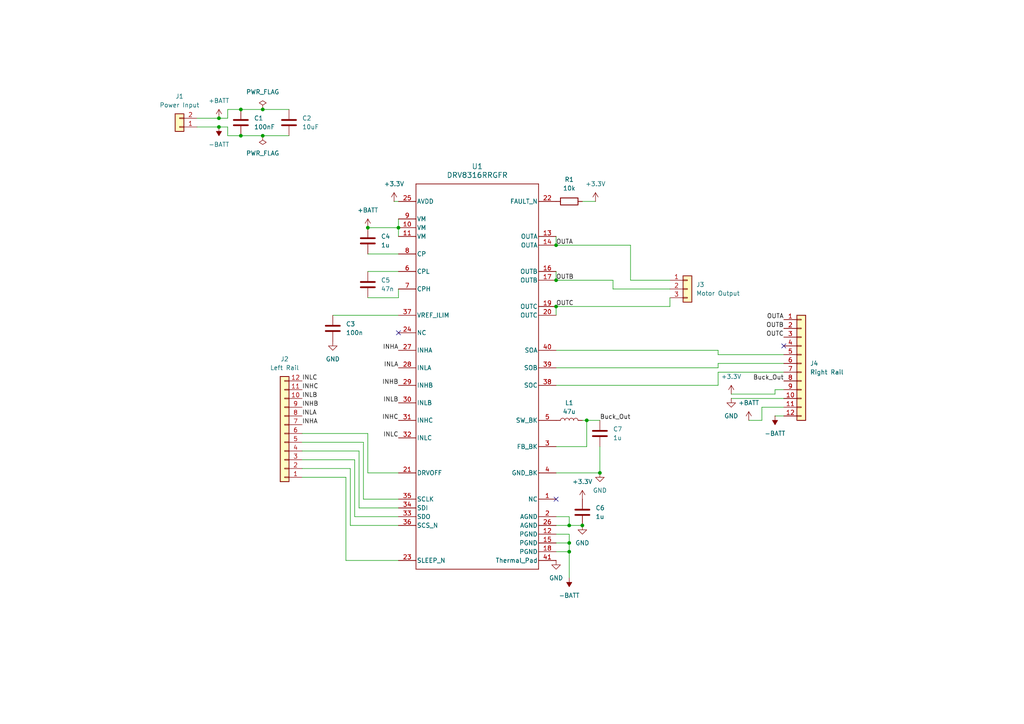
<source format=kicad_sch>
(kicad_sch (version 20231120) (generator "eeschema") (generator_version "8.0")
  (paper "A4")
  (lib_symbols
    (symbol "Connector_Generic:Conn_01x02" (pin_names (offset 1.016) hide)
      (property "Reference" "J" (at 0 2.54 0))
      (property "Value" "Conn_01x02" (at 0 -5.08 0))
      (symbol "Conn_01x02_1_1"
        (rectangle (start -1.27 -2.413) (end 0 -2.667) (stroke (width 0.1524)))
        (rectangle (start -1.27 0.127) (end 0 -0.127) (stroke (width 0.1524)))
        (rectangle (start -1.27 1.27) (end 1.27 -3.81) (stroke (width 0.254)) (fill (type background)))
        (pin passive line (at -5.08 0 0) (length 3.81) (name "Pin_1") (number "1"))
        (pin passive line (at -5.08 -2.54 0) (length 3.81) (name "Pin_2") (number "2"))
      )
    )
    (symbol "Connector_Generic:Conn_01x03" (pin_names (offset 1.016) hide)
      (property "Reference" "J" (at 0 5.08 0))
      (property "Value" "Conn_01x03" (at 0 -5.08 0))
      (symbol "Conn_01x03_1_1"
        (rectangle (start -1.27 -2.413) (end 0 -2.667) (stroke (width 0.1524)))
        (rectangle (start -1.27 0.127) (end 0 -0.127) (stroke (width 0.1524)))
        (rectangle (start -1.27 2.667) (end 0 2.413) (stroke (width 0.1524)))
        (rectangle (start -1.27 3.81) (end 1.27 -3.81) (stroke (width 0.254)) (fill (type background)))
        (pin passive line (at -5.08 2.54 0) (length 3.81) (name "Pin_1") (number "1"))
        (pin passive line (at -5.08 0 0) (length 3.81) (name "Pin_2") (number "2"))
        (pin passive line (at -5.08 -2.54 0) (length 3.81) (name "Pin_3") (number "3"))
      )
    )
    (symbol "Connector_Generic:Conn_01x12" (pin_names (offset 1.016) hide)
      (property "Reference" "J" (at 0 15.24 0))
      (property "Value" "Conn_01x12" (at 0 -17.78 0))
      (symbol "Conn_01x12_1_1"
        (rectangle (start -1.27 -15.113) (end 0 -15.367) (stroke (width 0.1524)))
        (rectangle (start -1.27 -12.573) (end 0 -12.827) (stroke (width 0.1524)))
        (rectangle (start -1.27 -10.033) (end 0 -10.287) (stroke (width 0.1524)))
        (rectangle (start -1.27 -7.493) (end 0 -7.747) (stroke (width 0.1524)))
        (rectangle (start -1.27 -4.953) (end 0 -5.207) (stroke (width 0.1524)))
        (rectangle (start -1.27 -2.413) (end 0 -2.667) (stroke (width 0.1524)))
        (rectangle (start -1.27 0.127) (end 0 -0.127) (stroke (width 0.1524)))
        (rectangle (start -1.27 2.667) (end 0 2.413) (stroke (width 0.1524)))
        (rectangle (start -1.27 5.207) (end 0 4.953) (stroke (width 0.1524)))
        (rectangle (start -1.27 7.747) (end 0 7.493) (stroke (width 0.1524)))
        (rectangle (start -1.27 10.287) (end 0 10.033) (stroke (width 0.1524)))
        (rectangle (start -1.27 12.827) (end 0 12.573) (stroke (width 0.1524)))
        (rectangle (start -1.27 13.97) (end 1.27 -16.51) (stroke (width 0.254)) (fill (type background)))
        (pin passive line (at -5.08 12.7 0) (length 3.81) (name "Pin_1") (number "1"))
        (pin passive line (at -5.08 -10.16 0) (length 3.81) (name "Pin_10") (number "10"))
        (pin passive line (at -5.08 -12.7 0) (length 3.81) (name "Pin_11") (number "11"))
        (pin passive line (at -5.08 -15.24 0) (length 3.81) (name "Pin_12") (number "12"))
        (pin passive line (at -5.08 10.16 0) (length 3.81) (name "Pin_2") (number "2"))
        (pin passive line (at -5.08 7.62 0) (length 3.81) (name "Pin_3") (number "3"))
        (pin passive line (at -5.08 5.08 0) (length 3.81) (name "Pin_4") (number "4"))
        (pin passive line (at -5.08 2.54 0) (length 3.81) (name "Pin_5") (number "5"))
        (pin passive line (at -5.08 0 0) (length 3.81) (name "Pin_6") (number "6"))
        (pin passive line (at -5.08 -2.54 0) (length 3.81) (name "Pin_7") (number "7"))
        (pin passive line (at -5.08 -5.08 0) (length 3.81) (name "Pin_8") (number "8"))
        (pin passive line (at -5.08 -7.62 0) (length 3.81) (name "Pin_9") (number "9"))
      )
    )
    (symbol "Device:C" (pin_numbers hide) (pin_names (offset 0.254))
      (property "Reference" "C" (at 0.635 2.54 0))
      (property "Value" "C" (at 0.635 -2.54 0))
      (symbol "C_0_1"
        (polyline (pts (xy -2.032 -0.762) (xy 2.032 -0.762)) (stroke (width 0.508)))
        (polyline (pts (xy -2.032 0.762) (xy 2.032 0.762)) (stroke (width 0.508)))
      )
      (symbol "C_1_1"
        (pin passive line (at 0 3.81 270) (length 2.794) (name "~") (number "1"))
        (pin passive line (at 0 -3.81 90) (length 2.794) (name "~") (number "2"))
      )
    )
    (symbol "Device:L" (pin_numbers hide) (pin_names (offset 1.016) hide)
      (property "Reference" "L" (at -1.27 0 90))
      (property "Value" "L" (at 1.905 0 90))
      (symbol "L_0_1"
        (arc (start 0 -2.54) (mid 0.6323 -1.905) (end 0 -1.27))
        (arc (start 0 -1.27) (mid 0.6323 -0.635) (end 0 0))
        (arc (start 0 0) (mid 0.6323 0.635) (end 0 1.27))
        (arc (start 0 1.27) (mid 0.6323 1.905) (end 0 2.54))
      )
      (symbol "L_1_1"
        (pin passive line (at 0 3.81 270) (length 1.27) (name "1") (number "1"))
        (pin passive line (at 0 -3.81 90) (length 1.27) (name "2") (number "2"))
      )
    )
    (symbol "Device:R" (pin_numbers hide) (pin_names (offset 0))
      (property "Reference" "R" (at 2.032 0 90))
      (property "Value" "R" (at 0 0 90))
      (symbol "R_0_1"
        (rectangle (start -1.016 -2.54) (end 1.016 2.54) (stroke (width 0.254)))
      )
      (symbol "R_1_1"
        (pin passive line (at 0 3.81 270) (length 1.27) (name "~") (number "1"))
        (pin passive line (at 0 -3.81 90) (length 1.27) (name "~") (number "2"))
      )
    )
    (symbol "ECE395:DRV8316RRGFR" (pin_names (offset 0.254))
      (property "Reference" "U" (at 0 2.54 0))
      (property "Value" "DRV8316RRGFR" (at 0 0 0))
      (symbol "DRV8316RRGFR_0_1"
        (polyline (pts (xy 5.08 -106.68) (xy 40.64 -106.68)) (stroke (width 0.2032)))
        (polyline (pts (xy 5.08 5.08) (xy 5.08 -106.68)) (stroke (width 0.2032)))
        (polyline (pts (xy 40.64 -106.68) (xy 40.64 5.08)) (stroke (width 0.2032)))
        (polyline (pts (xy 40.64 5.08) (xy 5.08 5.08)) (stroke (width 0.2032)))
        (pin unspecified line (at 45.72 -86.36 180) (length 5.08) (name "NC") (number "1"))
        (pin power_in line (at 0 -7.62 0) (length 5.08) (name "VM") (number "10"))
        (pin power_in line (at 0 -10.16 0) (length 5.08) (name "VM") (number "11"))
        (pin power_in line (at 45.72 -96.52 180) (length 5.08) (name "PGND") (number "12"))
        (pin unspecified line (at 45.72 -10.16 180) (length 5.08) (name "OUTA") (number "13"))
        (pin unspecified line (at 45.72 -12.7 180) (length 5.08) (name "OUTA") (number "14"))
        (pin power_in line (at 45.72 -99.06 180) (length 5.08) (name "PGND") (number "15"))
        (pin unspecified line (at 45.72 -20.32 180) (length 5.08) (name "OUTB") (number "16"))
        (pin unspecified line (at 45.72 -22.86 180) (length 5.08) (name "OUTB") (number "17"))
        (pin power_in line (at 45.72 -101.6 180) (length 5.08) (name "PGND") (number "18"))
        (pin unspecified line (at 45.72 -30.48 180) (length 5.08) (name "OUTC") (number "19"))
        (pin power_in line (at 45.72 -91.44 180) (length 5.08) (name "AGND") (number "2"))
        (pin unspecified line (at 45.72 -33.02 180) (length 5.08) (name "OUTC") (number "20"))
        (pin input line (at 0 -78.74 0) (length 5.08) (name "DRVOFF") (number "21"))
        (pin open_collector line (at 45.72 0 180) (length 5.08) (name "FAULT_N") (number "22"))
        (pin input line (at 0 -104.14 0) (length 5.08) (name "SLEEP_N") (number "23"))
        (pin unspecified line (at 0 -38.1 0) (length 5.08) (name "NC") (number "24"))
        (pin power_in line (at 0 0 0) (length 5.08) (name "AVDD") (number "25"))
        (pin power_in line (at 45.72 -93.98 180) (length 5.08) (name "AGND") (number "26"))
        (pin input line (at 0 -43.18 0) (length 5.08) (name "INHA") (number "27"))
        (pin input line (at 0 -48.26 0) (length 5.08) (name "INLA") (number "28"))
        (pin input line (at 0 -53.34 0) (length 5.08) (name "INHB") (number "29"))
        (pin unspecified line (at 45.72 -71.12 180) (length 5.08) (name "FB_BK") (number "3"))
        (pin input line (at 0 -58.42 0) (length 5.08) (name "INLB") (number "30"))
        (pin input line (at 0 -63.5 0) (length 5.08) (name "INHC") (number "31"))
        (pin input line (at 0 -68.58 0) (length 5.08) (name "INLC") (number "32"))
        (pin output line (at 0 -91.44 0) (length 5.08) (name "SDO") (number "33"))
        (pin input line (at 0 -88.9 0) (length 5.08) (name "SDI") (number "34"))
        (pin input line (at 0 -86.36 0) (length 5.08) (name "SCLK") (number "35"))
        (pin input line (at 0 -93.98 0) (length 5.08) (name "SCS_N") (number "36"))
        (pin unspecified line (at 0 -33.02 0) (length 5.08) (name "VREF_ILIM") (number "37"))
        (pin unspecified line (at 45.72 -53.34 180) (length 5.08) (name "SOC") (number "38"))
        (pin unspecified line (at 45.72 -48.26 180) (length 5.08) (name "SOB") (number "39"))
        (pin power_in line (at 45.72 -78.74 180) (length 5.08) (name "GND_BK") (number "4"))
        (pin unspecified line (at 45.72 -43.18 180) (length 5.08) (name "SOA") (number "40"))
        (pin power_in line (at 45.72 -104.14 180) (length 5.08) (name "Thermal_Pad") (number "41"))
        (pin unspecified line (at 45.72 -63.5 180) (length 5.08) (name "SW_BK") (number "5"))
        (pin unspecified line (at 0 -20.32 0) (length 5.08) (name "CPL") (number "6"))
        (pin unspecified line (at 0 -25.4 0) (length 5.08) (name "CPH") (number "7"))
        (pin unspecified line (at 0 -15.24 0) (length 5.08) (name "CP") (number "8"))
        (pin power_in line (at 0 -5.08 0) (length 5.08) (name "VM") (number "9"))
      )
    )
    (symbol "power:+3.3V" (power) (pin_numbers hide) (pin_names (offset 0) hide)
      (property "Value" "+3.3V" (at 0 3.556 0))
      (symbol "+3.3V_0_1"
        (polyline (pts (xy -0.762 1.27) (xy 0 2.54)))
        (polyline (pts (xy 0 0) (xy 0 2.54)))
        (polyline (pts (xy 0 2.54) (xy 0.762 1.27)))
      )
      (symbol "+3.3V_1_1"
        (pin power_in line (at 0 0 90) (length 0) (name "~") (number "1"))
      )
    )
    (symbol "power:+BATT" (power) (pin_numbers hide) (pin_names (offset 0) hide)
      (property "Value" "+BATT" (at 0 3.556 0))
      (symbol "+BATT_0_1"
        (polyline (pts (xy -0.762 1.27) (xy 0 2.54)))
        (polyline (pts (xy 0 0) (xy 0 2.54)))
        (polyline (pts (xy 0 2.54) (xy 0.762 1.27)))
      )
      (symbol "+BATT_1_1"
        (pin power_in line (at 0 0 90) (length 0) (name "~") (number "1"))
      )
    )
    (symbol "power:-BATT" (power) (pin_numbers hide) (pin_names (offset 0) hide)
      (property "Value" "-BATT" (at 0 3.556 0))
      (symbol "-BATT_0_1"
        (polyline (pts (xy 0 0) (xy 0 2.54)))
        (polyline (pts (xy 0.762 1.27) (xy -0.762 1.27) (xy 0 2.54) (xy 0.762 1.27)) (fill (type outline)))
      )
      (symbol "-BATT_1_1"
        (pin power_in line (at 0 0 90) (length 0) (name "~") (number "1"))
      )
    )
    (symbol "power:GND" (power) (pin_numbers hide) (pin_names (offset 0) hide)
      (property "Value" "GND" (at 0 -3.81 0))
      (symbol "GND_0_1"
        (polyline (pts (xy 0 0) (xy 0 -1.27) (xy 1.27 -1.27) (xy 0 -2.54) (xy -1.27 -1.27) (xy 0 -1.27)))
      )
      (symbol "GND_1_1"
        (pin power_in line (at 0 0 270) (length 0) (name "~") (number "1"))
      )
    )
    (symbol "power:PWR_FLAG" (power) (pin_numbers hide) (pin_names (offset 0) hide)
      (property "Value" "PWR_FLAG" (at 0 3.81 0))
      (symbol "PWR_FLAG_0_0"
        (pin power_out line (at 0 0 90) (length 0) (name "~") (number "1"))
      )
      (symbol "PWR_FLAG_0_1"
        (polyline (pts (xy 0 0) (xy 0 1.27) (xy -1.016 1.905) (xy 0 2.54) (xy 1.016 1.905) (xy 0 1.27)))
      )
    )
  )
  (junction (at 69.85 39.37))
  (junction (at 106.68 66.04))
  (junction (at 76.2 31.75))
  (junction (at 161.29 88.9))
  (junction (at 165.1 157.48))
  (junction (at 165.1 152.4))
  (junction (at 69.85 31.75))
  (junction (at 115.57 66.04))
  (junction (at 165.1 160.02))
  (junction (at 168.91 152.4))
  (junction (at 76.2 39.37))
  (junction (at 63.5 34.29))
  (junction (at 173.99 137.16))
  (junction (at 161.29 81.28))
  (junction (at 63.5 36.83))
  (junction (at 170.18 121.92))
  (junction (at 161.29 71.12))
  (no_connect (at 161.29 144.78))
  (no_connect (at 115.57 96.52))
  (no_connect (at 227.33 100.33))
  (wire (pts (xy 114.3 58.42) (xy 115.57 58.42)))
  (wire (pts (xy 170.18 121.92) (xy 168.91 121.92)))
  (wire (pts (xy 170.18 121.92) (xy 170.18 129.54)))
  (wire (pts (xy 177.8 83.82) (xy 194.31 83.82)))
  (wire (pts (xy 69.85 39.37) (xy 66.04 39.37)))
  (wire (pts (xy 224.79 113.03) (xy 227.33 113.03)))
  (wire (pts (xy 165.1 149.86) (xy 165.1 152.4)))
  (wire (pts (xy 69.85 31.75) (xy 76.2 31.75)))
  (wire (pts (xy 161.29 88.9) (xy 161.29 91.44)))
  (wire (pts (xy 96.52 91.44) (xy 115.57 91.44)))
  (wire (pts (xy 177.8 81.28) (xy 177.8 83.82)))
  (wire (pts (xy 101.6 135.89) (xy 87.63 135.89)))
  (wire (pts (xy 102.87 149.86) (xy 102.87 133.35)))
  (wire (pts (xy 224.79 120.65) (xy 227.33 120.65)))
  (wire (pts (xy 115.57 66.04) (xy 115.57 68.58)))
  (wire (pts (xy 161.29 154.94) (xy 165.1 154.94)))
  (wire (pts (xy 63.5 36.83) (xy 57.15 36.83)))
  (wire (pts (xy 161.29 111.76) (xy 208.28 111.76)))
  (wire (pts (xy 115.57 162.56) (xy 100.33 162.56)))
  (wire (pts (xy 104.14 130.81) (xy 87.63 130.81)))
  (wire (pts (xy 217.17 121.92) (xy 220.98 121.92)))
  (wire (pts (xy 173.99 129.54) (xy 173.99 137.16)))
  (wire (pts (xy 63.5 36.83) (xy 66.04 36.83)))
  (wire (pts (xy 220.98 118.11) (xy 227.33 118.11)))
  (wire (pts (xy 104.14 147.32) (xy 104.14 130.81)))
  (wire (pts (xy 182.88 71.12) (xy 182.88 81.28)))
  (wire (pts (xy 102.87 133.35) (xy 87.63 133.35)))
  (wire (pts (xy 69.85 39.37) (xy 76.2 39.37)))
  (wire (pts (xy 161.29 101.6) (xy 208.28 101.6)))
  (wire (pts (xy 172.72 58.42) (xy 168.91 58.42)))
  (wire (pts (xy 165.1 167.64) (xy 165.1 160.02)))
  (wire (pts (xy 115.57 147.32) (xy 104.14 147.32)))
  (wire (pts (xy 161.29 157.48) (xy 165.1 157.48)))
  (wire (pts (xy 208.28 106.68) (xy 208.28 105.41)))
  (wire (pts (xy 212.09 115.57) (xy 227.33 115.57)))
  (wire (pts (xy 208.28 101.6) (xy 208.28 102.87)))
  (wire (pts (xy 106.68 137.16) (xy 106.68 125.73)))
  (wire (pts (xy 66.04 31.75) (xy 69.85 31.75)))
  (wire (pts (xy 115.57 152.4) (xy 101.6 152.4)))
  (wire (pts (xy 212.09 114.3) (xy 224.79 114.3)))
  (wire (pts (xy 161.29 88.9) (xy 194.31 88.9)))
  (wire (pts (xy 115.57 144.78) (xy 105.41 144.78)))
  (wire (pts (xy 208.28 107.95) (xy 227.33 107.95)))
  (wire (pts (xy 165.1 152.4) (xy 161.29 152.4)))
  (wire (pts (xy 63.5 34.29) (xy 57.15 34.29)))
  (wire (pts (xy 182.88 81.28) (xy 194.31 81.28)))
  (wire (pts (xy 161.29 71.12) (xy 182.88 71.12)))
  (wire (pts (xy 161.29 81.28) (xy 161.29 78.74)))
  (wire (pts (xy 208.28 102.87) (xy 227.33 102.87)))
  (wire (pts (xy 66.04 34.29) (xy 66.04 31.75)))
  (wire (pts (xy 161.29 137.16) (xy 173.99 137.16)))
  (wire (pts (xy 87.63 128.27) (xy 105.41 128.27)))
  (wire (pts (xy 63.5 34.29) (xy 66.04 34.29)))
  (wire (pts (xy 165.1 154.94) (xy 165.1 157.48)))
  (wire (pts (xy 76.2 39.37) (xy 83.82 39.37)))
  (wire (pts (xy 100.33 162.56) (xy 100.33 138.43)))
  (wire (pts (xy 106.68 73.66) (xy 115.57 73.66)))
  (wire (pts (xy 165.1 152.4) (xy 168.91 152.4)))
  (wire (pts (xy 105.41 144.78) (xy 105.41 128.27)))
  (wire (pts (xy 224.79 114.3) (xy 224.79 113.03)))
  (wire (pts (xy 76.2 31.75) (xy 83.82 31.75)))
  (wire (pts (xy 115.57 137.16) (xy 106.68 137.16)))
  (wire (pts (xy 115.57 86.36) (xy 115.57 83.82)))
  (wire (pts (xy 106.68 125.73) (xy 87.63 125.73)))
  (wire (pts (xy 161.29 81.28) (xy 177.8 81.28)))
  (wire (pts (xy 100.33 138.43) (xy 87.63 138.43)))
  (wire (pts (xy 115.57 149.86) (xy 102.87 149.86)))
  (wire (pts (xy 173.99 121.92) (xy 170.18 121.92)))
  (wire (pts (xy 106.68 78.74) (xy 115.57 78.74)))
  (wire (pts (xy 106.68 86.36) (xy 115.57 86.36)))
  (wire (pts (xy 106.68 66.04) (xy 115.57 66.04)))
  (wire (pts (xy 161.29 149.86) (xy 165.1 149.86)))
  (wire (pts (xy 220.98 121.92) (xy 220.98 118.11)))
  (wire (pts (xy 161.29 71.12) (xy 161.29 68.58)))
  (wire (pts (xy 208.28 105.41) (xy 227.33 105.41)))
  (wire (pts (xy 165.1 157.48) (xy 165.1 160.02)))
  (wire (pts (xy 194.31 88.9) (xy 194.31 86.36)))
  (wire (pts (xy 115.57 63.5) (xy 115.57 66.04)))
  (wire (pts (xy 208.28 111.76) (xy 208.28 107.95)))
  (wire (pts (xy 101.6 152.4) (xy 101.6 135.89)))
  (wire (pts (xy 161.29 129.54) (xy 170.18 129.54)))
  (wire (pts (xy 161.29 106.68) (xy 208.28 106.68)))
  (wire (pts (xy 165.1 160.02) (xy 161.29 160.02)))
  (wire (pts (xy 66.04 39.37) (xy 66.04 36.83)))
  (label "INHC" (at 115.57 121.92 180))
  (label "OUTA" (at 161.29 71.12 0))
  (label "INHA" (at 87.63 123.19 0))
  (label "Buck_Out" (at 227.33 110.49 180))
  (label "INLB" (at 87.63 115.57 0))
  (label "INHC" (at 87.63 113.03 0))
  (label "INLC" (at 87.63 110.49 0))
  (label "OUTC" (at 227.33 97.79 180))
  (label "OUTA" (at 227.33 92.71 180))
  (label "OUTB" (at 161.29 81.28 0))
  (label "OUTC" (at 161.29 88.9 0))
  (label "OUTB" (at 227.33 95.25 180))
  (label "INLB" (at 115.57 116.84 180))
  (label "INLA" (at 87.63 120.65 0))
  (label "INLC" (at 115.57 127 180))
  (label "INLA" (at 115.57 106.68 180))
  (label "INHB" (at 87.63 118.11 0))
  (label "INHB" (at 115.57 111.76 180))
  (label "INHA" (at 115.57 101.6 180))
  (label "Buck_Out" (at 173.99 121.92 0))
  (symbol (lib_id "power:-BATT") (at 224.79 120.65 180) (unit 1)
    (property "Reference" "#PWR015" (effects (hide yes)))
    (property "Value" "-BATT" (at 224.79 125.73 0))
    (property "Description" "Power symbol creates a global label with name \"-BATT\"" (effects (hide yes)))
  )
  (symbol (lib_id "power:-BATT") (at 63.5 36.83 180) (unit 1)
    (property "Reference" "#PWR02" (effects (hide yes)))
    (property "Value" "-BATT" (at 63.5 41.91 0))
    (property "Description" "Power symbol creates a global label with name \"-BATT\"" (effects (hide yes)))
  )
  (symbol (lib_id "power:+3.3V") (at 172.72 58.42 0) (unit 1)
    (property "Reference" "#PWR010" (effects (hide yes)))
    (property "Value" "+3.3V" (at 172.72 53.34 0))
    (property "Description" "Power symbol creates a global label with name \"+3.3V\"" (effects (hide yes)))
  )
  (symbol (lib_id "Device:L") (at 165.1 121.92 90) (unit 1)
    (property "Reference" "L1" (at 165.1 116.84 90))
    (property "Value" "47u" (at 165.1 119.38 90))
    (property "Footprint" "Inductor_SMD:L_0603_1608Metric" (effects (hide yes)))
    (property "Datasheet" "https://mm.digikey.com/Volume0/opasdata/d220001/medias/docus/610/LB3218T470K_SS.pdf" (effects (hide yes)))
    (property "Description" "Inductor" (effects (hide yes)))
  )
  (symbol (lib_id "Connector_Generic:Conn_01x02") (at 52.07 36.83 180) (unit 1)
    (property "Reference" "J1" (at 52.07 27.94 0))
    (property "Value" "Power Input" (at 52.07 30.48 0))
    (property "Footprint" "ECE395:Power_Pads" (effects (hide yes)))
    (property "Description" "Generic connector, single row, 01x02, script generated (kicad-library-utils/schlib/autogen/connector/)" (effects (hide yes)))
  )
  (symbol (lib_id "Device:C") (at 83.82 35.56 0) (unit 1)
    (property "Reference" "C2" (at 87.63 34.2899 0) (effects (justify left)))
    (property "Value" "10uF" (at 87.63 36.8299 0) (effects (justify left)))
    (property "Footprint" "Capacitor_SMD:C_0805_2012Metric_Pad1.18x1.45mm_HandSolder" (effects (hide yes)))
    (property "Description" "Unpolarized capacitor" (effects (hide yes)))
  )
  (symbol (lib_id "power:+BATT") (at 106.68 66.04 0) (unit 1)
    (property "Reference" "#PWR04" (effects (hide yes)))
    (property "Value" "+BATT" (at 106.68 60.96 0))
    (property "Description" "Power symbol creates a global label with name \"+BATT\"" (effects (hide yes)))
  )
  (symbol (lib_id "Device:C") (at 173.99 125.73 180) (unit 1)
    (property "Reference" "C7" (at 177.8 124.4599 0) (effects (justify right)))
    (property "Value" "1u" (at 177.8 126.9999 0) (effects (justify right)))
    (property "Footprint" "Capacitor_SMD:C_0805_2012Metric_Pad1.18x1.45mm_HandSolder" (effects (hide yes)))
    (property "Description" "Unpolarized capacitor" (effects (hide yes)))
  )
  (symbol (lib_id "Device:C") (at 106.68 82.55 0) (unit 1)
    (property "Reference" "C5" (at 110.49 81.2799 0) (effects (justify left)))
    (property "Value" "47n" (at 110.49 83.8199 0) (effects (justify left)))
    (property "Footprint" "Capacitor_SMD:C_0805_2012Metric_Pad1.18x1.45mm_HandSolder" (effects (hide yes)))
    (property "Description" "Unpolarized capacitor" (effects (hide yes)))
  )
  (symbol (lib_id "power:GND") (at 168.91 152.4 0) (unit 1)
    (property "Reference" "#PWR09" (effects (hide yes)))
    (property "Value" "GND" (at 168.91 157.48 0))
    (property "Description" "Power symbol creates a global label with name \"GND\" , ground" (effects (hide yes)))
  )
  (symbol (lib_id "power:+3.3V") (at 114.3 58.42 0) (unit 1)
    (property "Reference" "#PWR05" (effects (hide yes)))
    (property "Value" "+3.3V" (at 114.3 53.34 0))
    (property "Description" "Power symbol creates a global label with name \"+3.3V\"" (effects (hide yes)))
  )
  (symbol (lib_id "ECE395:DRV8316RRGFR") (at 115.57 58.42 0) (unit 1)
    (property "Reference" "U1" (at 138.43 48.26 0) (effects (font (size 1.524 1.524))))
    (property "Value" "DRV8316RRGFR" (at 138.43 50.8 0) (effects (font (size 1.524 1.524))))
    (property "Footprint" "ECE395:RGF0040E-IPC_A" (effects (hide yes)))
    (property "Datasheet" "DRV8316RRGFR" (effects (hide yes)))
  )
  (symbol (lib_id "Device:C") (at 69.85 35.56 0) (unit 1)
    (property "Reference" "C1" (at 73.66 34.2899 0) (effects (justify left)))
    (property "Value" "100nF" (at 73.66 36.8299 0) (effects (justify left)))
    (property "Footprint" "Capacitor_SMD:C_0805_2012Metric_Pad1.18x1.45mm_HandSolder" (effects (hide yes)))
    (property "Description" "Unpolarized capacitor" (effects (hide yes)))
  )
  (symbol (lib_id "power:+BATT") (at 63.5 34.29 0) (unit 1)
    (property "Reference" "#PWR01" (effects (hide yes)))
    (property "Value" "+BATT" (at 63.5 29.21 0))
    (property "Description" "Power symbol creates a global label with name \"+BATT\"" (effects (hide yes)))
  )
  (symbol (lib_id "power:PWR_FLAG") (at 76.2 39.37 180) (unit 1)
    (property "Reference" "#FLG02" (effects (hide yes)))
    (property "Value" "PWR_FLAG" (at 76.2 44.45 0))
    (property "Description" "Special symbol for telling ERC where power comes from" (effects (hide yes)))
  )
  (symbol (lib_id "power:+3.3V") (at 168.91 144.78 0) (unit 1)
    (property "Reference" "#PWR08" (effects (hide yes)))
    (property "Value" "+3.3V" (at 168.91 139.7 0))
    (property "Description" "Power symbol creates a global label with name \"+3.3V\"" (effects (hide yes)))
  )
  (symbol (lib_id "power:GND") (at 96.52 99.06 0) (unit 1)
    (property "Reference" "#PWR03" (effects (hide yes)))
    (property "Value" "GND" (at 96.52 104.14 0))
    (property "Description" "Power symbol creates a global label with name \"GND\" , ground" (effects (hide yes)))
  )
  (symbol (lib_id "power:GND") (at 173.99 137.16 0) (unit 1)
    (property "Reference" "#PWR011" (effects (hide yes)))
    (property "Value" "GND" (at 173.99 142.24 0))
    (property "Description" "Power symbol creates a global label with name \"GND\" , ground" (effects (hide yes)))
  )
  (symbol (lib_id "Device:C") (at 106.68 69.85 0) (unit 1)
    (property "Reference" "C4" (at 110.49 68.5799 0) (effects (justify left)))
    (property "Value" "1u" (at 110.49 71.1199 0) (effects (justify left)))
    (property "Footprint" "Capacitor_SMD:C_0805_2012Metric_Pad1.18x1.45mm_HandSolder" (effects (hide yes)))
    (property "Description" "Unpolarized capacitor" (effects (hide yes)))
  )
  (symbol (lib_id "power:PWR_FLAG") (at 76.2 31.75 0) (unit 1)
    (property "Reference" "#FLG01" (effects (hide yes)))
    (property "Value" "PWR_FLAG" (at 76.2 26.67 0))
    (property "Description" "Special symbol for telling ERC where power comes from" (effects (hide yes)))
  )
  (symbol (lib_id "Device:R") (at 165.1 58.42 90) (unit 1)
    (property "Reference" "R1" (at 165.1 52.07 90))
    (property "Value" "10k" (at 165.1 54.61 90))
    (property "Footprint" "Resistor_SMD:R_0805_2012Metric_Pad1.20x1.40mm_HandSolder" (effects (hide yes)))
    (property "Description" "Resistor" (effects (hide yes)))
  )
  (symbol (lib_id "Connector_Generic:Conn_01x12") (at 232.41 105.41 0) (unit 1)
    (property "Reference" "J4" (at 234.95 105.4099 0) (effects (justify left)))
    (property "Value" "Right Rail" (at 234.95 107.9499 0) (effects (justify left)))
    (property "Footprint" "Connector_PinHeader_2.54mm:PinHeader_1x12_P2.54mm_Vertical" (effects (hide yes)))
    (property "Description" "Generic connector, single row, 01x12, script generated (kicad-library-utils/schlib/autogen/connector/)" (effects (hide yes)))
  )
  (symbol (lib_id "power:+3.3V") (at 212.09 114.3 0) (unit 1)
    (property "Reference" "#PWR012" (effects (hide yes)))
    (property "Value" "+3.3V" (at 212.09 109.22 0))
    (property "Description" "Power symbol creates a global label with name \"+3.3V\"" (effects (hide yes)))
  )
  (symbol (lib_id "power:-BATT") (at 165.1 167.64 180) (unit 1)
    (property "Reference" "#PWR07" (effects (hide yes)))
    (property "Value" "-BATT" (at 165.1 172.72 0))
    (property "Description" "Power symbol creates a global label with name \"-BATT\"" (effects (hide yes)))
  )
  (symbol (lib_id "power:+BATT") (at 217.17 121.92 0) (unit 1)
    (property "Reference" "#PWR014" (effects (hide yes)))
    (property "Value" "+BATT" (at 217.17 116.84 0))
    (property "Description" "Power symbol creates a global label with name \"+BATT\"" (effects (hide yes)))
  )
  (symbol (lib_id "power:GND") (at 212.09 115.57 0) (unit 1)
    (property "Reference" "#PWR013" (effects (hide yes)))
    (property "Value" "GND" (at 212.09 120.65 0))
    (property "Description" "Power symbol creates a global label with name \"GND\" , ground" (effects (hide yes)))
  )
  (symbol (lib_id "Connector_Generic:Conn_01x12") (at 82.55 125.73 180) (unit 1)
    (property "Reference" "J2" (at 82.55 104.14 0))
    (property "Value" "Left Rail" (at 82.55 106.68 0))
    (property "Footprint" "Connector_PinHeader_2.54mm:PinHeader_1x12_P2.54mm_Vertical" (effects (hide yes)))
    (property "Description" "Generic connector, single row, 01x12, script generated (kicad-library-utils/schlib/autogen/connector/)" (effects (hide yes)))
  )
  (symbol (lib_id "Connector_Generic:Conn_01x03") (at 199.39 83.82 0) (unit 1)
    (property "Reference" "J3" (at 201.93 82.5499 0) (effects (justify left)))
    (property "Value" "Motor Output" (at 201.93 85.09 0) (effects (justify left)))
    (property "Footprint" "ECE395:Motor_Pads" (effects (hide yes)))
    (property "Description" "Generic connector, single row, 01x03, script generated (kicad-library-utils/schlib/autogen/connector/)" (effects (hide yes)))
  )
  (symbol (lib_id "Device:C") (at 96.52 95.25 0) (unit 1)
    (property "Reference" "C3" (at 100.33 93.9799 0) (effects (justify left)))
    (property "Value" "100n" (at 100.33 96.5199 0) (effects (justify left)))
    (property "Footprint" "Capacitor_SMD:C_0805_2012Metric_Pad1.18x1.45mm_HandSolder" (effects (hide yes)))
    (property "Description" "Unpolarized capacitor" (effects (hide yes)))
  )
  (symbol (lib_id "power:GND") (at 161.29 162.56 0) (unit 1)
    (property "Reference" "#PWR06" (effects (hide yes)))
    (property "Value" "GND" (at 161.29 167.64 0))
    (property "Description" "Power symbol creates a global label with name \"GND\" , ground" (effects (hide yes)))
  )
  (symbol (lib_id "Device:C") (at 168.91 148.59 0) (unit 1)
    (property "Reference" "C6" (at 172.72 147.3199 0) (effects (justify left)))
    (property "Value" "1u" (at 172.72 149.8599 0) (effects (justify left)))
    (property "Footprint" "Capacitor_SMD:C_0805_2012Metric_Pad1.18x1.45mm_HandSolder" (effects (hide yes)))
    (property "Description" "Unpolarized capacitor" (effects (hide yes)))
  )
)
</source>
